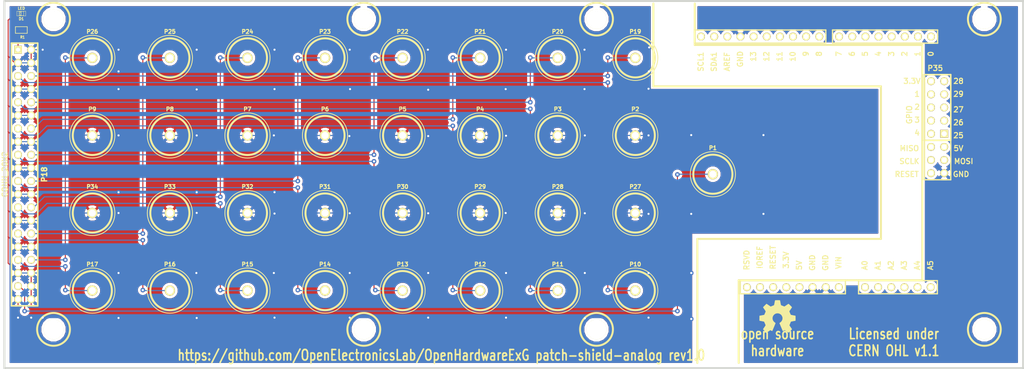
<source format=kicad_pcb>
(kicad_pcb (version 20171130) (host pcbnew "(2018-02-14 revision 6afdf1cf8)-makepkg")
  (title_block (date "25 aug 2013"))
  (layers (0 Front signal) (31 Back signal) (34 B.Paste user) (35 F.Paste user) (36 B.SilkS user) (37 F.SilkS user) (38 B.Mask user) (39 F.Mask user) (44 Edge.Cuts user))
  (net 0 "")
  (net 1 +5VA)
  (net 2 /BIASOUT)
  (net 3 /IN1N)
  (net 4 /IN1P)
  (net 5 /IN2N)
  (net 6 /IN2P)
  (net 7 /IN3N)
  (net 8 /IN3P)
  (net 9 /IN4N)
  (net 10 /IN4P)
  (net 11 /IN5N)
  (net 12 /IN5P)
  (net 13 /IN6N)
  (net 14 /IN6P)
  (net 15 /IN7N)
  (net 16 /IN7P)
  (net 17 /IN8N)
  (net 18 /IN8P)
  (net 19 AGND)
  (net 20 DGND)
  (net 21 N-000020)
  (module LOGO (layer Front) (at 187.50026 109.99978)
    (fp_text reference G*** hide)
    (fp_text value LOGO hide)
  )
  (module Touchproof-socket (layer Front) (at 159.99968 89.99982)
    (fp_text reference P27 (at 0 -5.08) (layer F.SilkS) (effects (font (size 0.762 0.762) (thickness 0.1905))))
    (fp_text value CONN_1 hide)
    (pad 1 thru_hole circle (at 0 0) (size 1.99898 1.99898) (drill 1.39954) (layers *.Cu *.Mask F.SilkS) (net 19 AGND))
  )
  (module Touchproof-socket (layer Front) (at 159.99968 59.99988)
    (fp_text reference P19 (at 0 -5.08) (layer F.SilkS) (effects (font (size 0.762 0.762) (thickness 0.1905))))
    (fp_text value CONN_1 hide)
    (pad 1 thru_hole circle (at 0 0) (size 1.99898 1.99898) (drill 1.39954) (layers *.Cu *.Mask F.SilkS) (net 18 /IN8P))
  )
  (module Touchproof-socket (layer Front) (at 145.00098 59.99988)
    (fp_text reference P20 (at 0 -5.08) (layer F.SilkS) (effects (font (size 0.762 0.762) (thickness 0.1905))))
    (fp_text value CONN_1 hide)
    (pad 1 thru_hole circle (at 0 0) (size 1.99898 1.99898) (drill 1.39954) (layers *.Cu *.Mask F.SilkS) (net 16 /IN7P))
  )
  (module Touchproof-socket (layer Front) (at 129.99974 59.99988)
    (fp_text reference P21 (at 0 -5.08) (layer F.SilkS) (effects (font (size 0.762 0.762) (thickness 0.1905))))
    (fp_text value CONN_1 hide)
    (pad 1 thru_hole circle (at 0 0) (size 1.99898 1.99898) (drill 1.39954) (layers *.Cu *.Mask F.SilkS) (net 14 /IN6P))
  )
  (module Touchproof-socket (layer Front) (at 115.00104 59.99988)
    (fp_text reference P22 (at 0 -5.08) (layer F.SilkS) (effects (font (size 0.762 0.762) (thickness 0.1905))))
    (fp_text value CONN_1 hide)
    (pad 1 thru_hole circle (at 0 0) (size 1.99898 1.99898) (drill 1.39954) (layers *.Cu *.Mask F.SilkS) (net 12 /IN5P))
  )
  (module Touchproof-socket (layer Front) (at 99.9998 59.99988)
    (fp_text reference P23 (at 0 -5.08) (layer F.SilkS) (effects (font (size 0.762 0.762) (thickness 0.1905))))
    (fp_text value CONN_1 hide)
    (pad 1 thru_hole circle (at 0 0) (size 1.99898 1.99898) (drill 1.39954) (layers *.Cu *.Mask F.SilkS) (net 10 /IN4P))
  )
  (module Touchproof-socket (layer Front) (at 85.0011 59.99988)
    (fp_text reference P24 (at 0 -5.08) (layer F.SilkS) (effects (font (size 0.762 0.762) (thickness 0.1905))))
    (fp_text value CONN_1 hide)
    (pad 1 thru_hole circle (at 0 0) (size 1.99898 1.99898) (drill 1.39954) (layers *.Cu *.Mask F.SilkS) (net 8 /IN3P))
  )
  (module Touchproof-socket (layer Front) (at 69.99986 59.99988)
    (fp_text reference P25 (at 0 -5.08) (layer F.SilkS) (effects (font (size 0.762 0.762) (thickness 0.1905))))
    (fp_text value CONN_1 hide)
    (pad 1 thru_hole circle (at 0 0) (size 1.99898 1.99898) (drill 1.39954) (layers *.Cu *.Mask F.SilkS) (net 6 /IN2P))
  )
  (module Touchproof-socket (layer Front) (at 55.00116 59.99988)
    (fp_text reference P26 (at 0 -5.08) (layer F.SilkS) (effects (font (size 0.762 0.762) (thickness 0.1905))))
    (fp_text value CONN_1 hide)
    (pad 1 thru_hole circle (at 0 0) (size 1.99898 1.99898) (drill 1.39954) (layers *.Cu *.Mask F.SilkS) (net 4 /IN1P))
  )
  (module Touchproof-socket (layer Front) (at 55.00116 105.00106)
    (fp_text reference P17 (at 0 -5.08) (layer F.SilkS) (effects (font (size 0.762 0.762) (thickness 0.1905))))
    (fp_text value CONN_1 hide)
    (pad 1 thru_hole circle (at 0 0) (size 1.99898 1.99898) (drill 1.39954) (layers *.Cu *.Mask F.SilkS) (net 3 /IN1N))
  )
  (module Touchproof-socket (layer Front) (at 145.00098 89.99982)
    (fp_text reference P28 (at 0 -5.08) (layer F.SilkS) (effects (font (size 0.762 0.762) (thickness 0.1905))))
    (fp_text value CONN_1 hide)
    (pad 1 thru_hole circle (at 0 0) (size 1.99898 1.99898) (drill 1.39954) (layers *.Cu *.Mask F.SilkS) (net 19 AGND))
  )
  (module Touchproof-socket (layer Front) (at 129.99974 89.99982)
    (fp_text reference P29 (at 0 -5.08) (layer F.SilkS) (effects (font (size 0.762 0.762) (thickness 0.1905))))
    (fp_text value CONN_1 hide)
    (pad 1 thru_hole circle (at 0 0) (size 1.99898 1.99898) (drill 1.39954) (layers *.Cu *.Mask F.SilkS) (net 19 AGND))
  )
  (module Touchproof-socket (layer Front) (at 115.00104 89.99982)
    (fp_text reference P30 (at 0 -5.08) (layer F.SilkS) (effects (font (size 0.762 0.762) (thickness 0.1905))))
    (fp_text value CONN_1 hide)
    (pad 1 thru_hole circle (at 0 0) (size 1.99898 1.99898) (drill 1.39954) (layers *.Cu *.Mask F.SilkS) (net 19 AGND))
  )
  (module Touchproof-socket (layer Front) (at 99.9998 89.99982)
    (fp_text reference P31 (at 0 -5.08) (layer F.SilkS) (effects (font (size 0.762 0.762) (thickness 0.1905))))
    (fp_text value CONN_1 hide)
    (pad 1 thru_hole circle (at 0 0) (size 1.99898 1.99898) (drill 1.39954) (layers *.Cu *.Mask F.SilkS) (net 19 AGND))
  )
  (module Touchproof-socket (layer Front) (at 85.0011 89.99982)
    (fp_text reference P32 (at 0 -5.08) (layer F.SilkS) (effects (font (size 0.762 0.762) (thickness 0.1905))))
    (fp_text value CONN_1 hide)
    (pad 1 thru_hole circle (at 0 0) (size 1.99898 1.99898) (drill 1.39954) (layers *.Cu *.Mask F.SilkS) (net 19 AGND))
  )
  (module Touchproof-socket (layer Front) (at 69.99986 89.99982)
    (fp_text reference P33 (at 0 -5.08) (layer F.SilkS) (effects (font (size 0.762 0.762) (thickness 0.1905))))
    (fp_text value CONN_1 hide)
    (pad 1 thru_hole circle (at 0 0) (size 1.99898 1.99898) (drill 1.39954) (layers *.Cu *.Mask F.SilkS) (net 19 AGND))
  )
  (module Touchproof-socket (layer Front) (at 55.00116 89.99982)
    (fp_text reference P34 (at 0 -5.08) (layer F.SilkS) (effects (font (size 0.762 0.762) (thickness 0.1905))))
    (fp_text value CONN_1 hide)
    (pad 1 thru_hole circle (at 0 0) (size 1.99898 1.99898) (drill 1.39954) (layers *.Cu *.Mask F.SilkS) (net 19 AGND))
  )
  (module Touchproof-socket (layer Front) (at 55.00116 75.00112)
    (fp_text reference P9 (at 0 -5.08) (layer F.SilkS) (effects (font (size 0.762 0.762) (thickness 0.1905))))
    (fp_text value CONN_1 hide)
    (pad 1 thru_hole circle (at 0 0) (size 1.99898 1.99898) (drill 1.39954) (layers *.Cu *.Mask F.SilkS) (net 19 AGND))
  )
  (module Touchproof-socket (layer Front) (at 175.00092 82.4992)
    (fp_text reference P1 (at 0 -5.08) (layer F.SilkS) (effects (font (size 0.762 0.762) (thickness 0.1905))))
    (fp_text value CONN_1 hide)
    (pad 1 thru_hole circle (at 0 0) (size 1.99898 1.99898) (drill 1.39954) (layers *.Cu *.Mask F.SilkS) (net 2 /BIASOUT))
  )
  (module Touchproof-socket (layer Front) (at 159.99968 75.00112)
    (fp_text reference P2 (at 0 -5.08) (layer F.SilkS) (effects (font (size 0.762 0.762) (thickness 0.1905))))
    (fp_text value CONN_1 hide)
    (pad 1 thru_hole circle (at 0 0) (size 1.99898 1.99898) (drill 1.39954) (layers *.Cu *.Mask F.SilkS) (net 19 AGND))
  )
  (module Touchproof-socket (layer Front) (at 145.00098 75.00112)
    (fp_text reference P3 (at 0 -5.08) (layer F.SilkS) (effects (font (size 0.762 0.762) (thickness 0.1905))))
    (fp_text value CONN_1 hide)
    (pad 1 thru_hole circle (at 0 0) (size 1.99898 1.99898) (drill 1.39954) (layers *.Cu *.Mask F.SilkS) (net 19 AGND))
  )
  (module Touchproof-socket (layer Front) (at 129.99974 75.00112)
    (fp_text reference P4 (at 0 -5.08) (layer F.SilkS) (effects (font (size 0.762 0.762) (thickness 0.1905))))
    (fp_text value CONN_1 hide)
    (pad 1 thru_hole circle (at 0 0) (size 1.99898 1.99898) (drill 1.39954) (layers *.Cu *.Mask F.SilkS) (net 19 AGND))
  )
  (module Touchproof-socket (layer Front) (at 115.00104 75.00112)
    (fp_text reference P5 (at 0 -5.08) (layer F.SilkS) (effects (font (size 0.762 0.762) (thickness 0.1905))))
    (fp_text value CONN_1 hide)
    (pad 1 thru_hole circle (at 0 0) (size 1.99898 1.99898) (drill 1.39954) (layers *.Cu *.Mask F.SilkS) (net 19 AGND))
  )
  (module Touchproof-socket (layer Front) (at 99.9998 75.00112)
    (fp_text reference P6 (at 0 -5.08) (layer F.SilkS) (effects (font (size 0.762 0.762) (thickness 0.1905))))
    (fp_text value CONN_1 hide)
    (pad 1 thru_hole circle (at 0 0) (size 1.99898 1.99898) (drill 1.39954) (layers *.Cu *.Mask F.SilkS) (net 19 AGND))
  )
  (module Touchproof-socket (layer Front) (at 85.0011 75.00112)
    (fp_text reference P7 (at 0 -5.08) (layer F.SilkS) (effects (font (size 0.762 0.762) (thickness 0.1905))))
    (fp_text value CONN_1 hide)
    (pad 1 thru_hole circle (at 0 0) (size 1.99898 1.99898) (drill 1.39954) (layers *.Cu *.Mask F.SilkS) (net 19 AGND))
  )
  (module Touchproof-socket (layer Front) (at 69.99986 75.00112)
    (fp_text reference P8 (at 0 -5.08) (layer F.SilkS) (effects (font (size 0.762 0.762) (thickness 0.1905))))
    (fp_text value CONN_1 hide)
    (pad 1 thru_hole circle (at 0 0) (size 1.99898 1.99898) (drill 1.39954) (layers *.Cu *.Mask F.SilkS) (net 19 AGND))
  )
  (module Touchproof-socket (layer Front) (at 159.99968 105.00106)
    (fp_text reference P10 (at 0 -5.08) (layer F.SilkS) (effects (font (size 0.762 0.762) (thickness 0.1905))))
    (fp_text value CONN_1 hide)
    (pad 1 thru_hole circle (at 0 0) (size 1.99898 1.99898) (drill 1.39954) (layers *.Cu *.Mask F.SilkS) (net 17 /IN8N))
  )
  (module Touchproof-socket (layer Front) (at 145.00098 105.00106)
    (fp_text reference P11 (at 0 -5.08) (layer F.SilkS) (effects (font (size 0.762 0.762) (thickness 0.1905))))
    (fp_text value CONN_1 hide)
    (pad 1 thru_hole circle (at 0 0) (size 1.99898 1.99898) (drill 1.39954) (layers *.Cu *.Mask F.SilkS) (net 15 /IN7N))
  )
  (module Touchproof-socket (layer Front) (at 129.99974 105.00106)
    (fp_text reference P12 (at 0 -5.08) (layer F.SilkS) (effects (font (size 0.762 0.762) (thickness 0.1905))))
    (fp_text value CONN_1 hide)
    (pad 1 thru_hole circle (at 0 0) (size 1.99898 1.99898) (drill 1.39954) (layers *.Cu *.Mask F.SilkS) (net 13 /IN6N))
  )
  (module Touchproof-socket (layer Front) (at 115.00104 105.00106)
    (fp_text reference P13 (at 0 -5.08) (layer F.SilkS) (effects (font (size 0.762 0.762) (thickness 0.1905))))
    (fp_text value CONN_1 hide)
    (pad 1 thru_hole circle (at 0 0) (size 1.99898 1.99898) (drill 1.39954) (layers *.Cu *.Mask F.SilkS) (net 11 /IN5N))
  )
  (module Touchproof-socket (layer Front) (at 99.9998 105.00106)
    (fp_text reference P14 (at 0 -5.08) (layer F.SilkS) (effects (font (size 0.762 0.762) (thickness 0.1905))))
    (fp_text value CONN_1 hide)
    (pad 1 thru_hole circle (at 0 0) (size 1.99898 1.99898) (drill 1.39954) (layers *.Cu *.Mask F.SilkS) (net 9 /IN4N))
  )
  (module Touchproof-socket (layer Front) (at 85.0011 105.00106)
    (fp_text reference P15 (at 0 -5.08) (layer F.SilkS) (effects (font (size 0.762 0.762) (thickness 0.1905))))
    (fp_text value CONN_1 hide)
    (pad 1 thru_hole circle (at 0 0) (size 1.99898 1.99898) (drill 1.39954) (layers *.Cu *.Mask F.SilkS) (net 7 /IN3N))
  )
  (module Touchproof-socket (layer Front) (at 69.99986 105.00106)
    (fp_text reference P16 (at 0 -5.08) (layer F.SilkS) (effects (font (size 0.762 0.762) (thickness 0.1905))))
    (fp_text value CONN_1 hide)
    (pad 1 thru_hole circle (at 0 0) (size 1.99898 1.99898) (drill 1.39954) (layers *.Cu *.Mask F.SilkS) (net 5 /IN2N))
  )
  (module SM0603 (layer Front) (at 41.275 54.61)
    (fp_text reference R1 (at 0.22606 1.38938) (layer F.SilkS) (effects (font (size 0.508 0.4572) (thickness 0.1143))))
    (fp_text value 1k hide)
    (pad 1 smd rect (at -0.762 0) (size 0.635 1.143) (layers Front F.Paste F.Mask) (net 1 +5VA))
    (pad 2 smd rect (at 0.762 0) (size 0.635 1.143) (layers Front F.Paste F.Mask) (net 21 N-000020))
  )
  (module PIN_ARRAY_20X2 (layer Front) (at 41.91 82.55 270)
    (fp_text reference P18 (at 0 -3.81 270) (layer F.SilkS) (effects (font (size 1.016 1.016) (thickness 0.254))))
    (fp_text value CONN_20X2 (at 0 3.81 270) (layer F.SilkS) (effects (font (size 1.016 1.016) (thickness 0.2032))))
    (pad 1 thru_hole rect (at -24.13 1.27 270) (size 1.524 1.524) (drill 0.8128) (layers *.Cu *.Mask F.SilkS) (net 1 +5VA))
    (pad 2 thru_hole circle (at -24.13 -1.27 270) (size 1.524 1.524) (drill 1.016) (layers *.Cu *.Mask F.SilkS) (net 19 AGND))
    (pad 11 thru_hole circle (at -11.43 1.27 270) (size 1.524 1.524) (drill 1.016) (layers *.Cu *.Mask F.SilkS) (net 19 AGND))
    (pad 4 thru_hole circle (at -21.59 -1.27 270) (size 1.524 1.524) (drill 1.016) (layers *.Cu *.Mask F.SilkS) (net 19 AGND))
    (pad 13 thru_hole circle (at -8.89 1.27 270) (size 1.524 1.524) (drill 1.016) (layers *.Cu *.Mask F.SilkS) (net 13 /IN6N))
    (pad 6 thru_hole circle (at -19.05 -1.27 270) (size 1.524 1.524) (drill 1.016) (layers *.Cu *.Mask F.SilkS) (net 18 /IN8P))
    (pad 15 thru_hole circle (at -6.35 1.27 270) (size 1.524 1.524) (drill 1.016) (layers *.Cu *.Mask F.SilkS) (net 19 AGND))
    (pad 8 thru_hole circle (at -16.51 -1.27 270) (size 1.524 1.524) (drill 1.016) (layers *.Cu *.Mask F.SilkS) (net 19 AGND))
    (pad 17 thru_hole circle (at -3.81 1.27 270) (size 1.524 1.524) (drill 1.016) (layers *.Cu *.Mask F.SilkS) (net 11 /IN5N))
    (pad 10 thru_hole circle (at -13.97 -1.27 270) (size 1.524 1.524) (drill 1.016) (layers *.Cu *.Mask F.SilkS) (net 16 /IN7P))
    (pad 19 thru_hole circle (at -1.27 1.27 270) (size 1.524 1.524) (drill 1.016) (layers *.Cu *.Mask F.SilkS) (net 19 AGND))
    (pad 12 thru_hole circle (at -11.43 -1.27 270) (size 1.524 1.524) (drill 1.016) (layers *.Cu *.Mask F.SilkS) (net 19 AGND))
    (pad 21 thru_hole circle (at 1.27 1.27 270) (size 1.524 1.524) (drill 1.016) (layers *.Cu *.Mask F.SilkS) (net 9 /IN4N))
    (pad 14 thru_hole circle (at -8.89 -1.27 270) (size 1.524 1.524) (drill 1.016) (layers *.Cu *.Mask F.SilkS) (net 14 /IN6P))
    (pad 23 thru_hole circle (at 3.81 1.27 270) (size 1.524 1.524) (drill 1.016) (layers *.Cu *.Mask F.SilkS) (net 19 AGND))
    (pad 16 thru_hole circle (at -6.35 -1.27 270) (size 1.524 1.524) (drill 1.016) (layers *.Cu *.Mask F.SilkS) (net 19 AGND))
    (pad 25 thru_hole circle (at 6.35 1.27 270) (size 1.524 1.524) (drill 1.016) (layers *.Cu *.Mask F.SilkS) (net 7 /IN3N))
    (pad 18 thru_hole circle (at -3.81 -1.27 270) (size 1.524 1.524) (drill 1.016) (layers *.Cu *.Mask F.SilkS) (net 12 /IN5P))
    (pad 27 thru_hole circle (at 8.89 1.27 270) (size 1.524 1.524) (drill 1.016) (layers *.Cu *.Mask F.SilkS) (net 19 AGND))
    (pad 20 thru_hole circle (at -1.27 -1.27 270) (size 1.524 1.524) (drill 1.016) (layers *.Cu *.Mask F.SilkS) (net 19 AGND))
    (pad 29 thru_hole circle (at 11.43 1.27 270) (size 1.524 1.524) (drill 1.016) (layers *.Cu *.Mask F.SilkS) (net 5 /IN2N))
    (pad 22 thru_hole circle (at 1.27 -1.27 270) (size 1.524 1.524) (drill 1.016) (layers *.Cu *.Mask F.SilkS) (net 10 /IN4P))
    (pad 31 thru_hole circle (at 13.97 1.27 270) (size 1.524 1.524) (drill 1.016) (layers *.Cu *.Mask F.SilkS) (net 19 AGND))
    (pad 24 thru_hole circle (at 3.81 -1.27 270) (size 1.524 1.524) (drill 1.016) (layers *.Cu *.Mask F.SilkS) (net 19 AGND))
    (pad 26 thru_hole circle (at 6.35 -1.27 270) (size 1.524 1.524) (drill 1.016) (layers *.Cu *.Mask F.SilkS) (net 8 /IN3P))
    (pad 33 thru_hole circle (at 16.51 1.27 270) (size 1.524 1.524) (drill 1.016) (layers *.Cu *.Mask F.SilkS) (net 3 /IN1N))
    (pad 28 thru_hole circle (at 8.89 -1.27 270) (size 1.524 1.524) (drill 1.016) (layers *.Cu *.Mask F.SilkS) (net 19 AGND))
    (pad 32 thru_hole circle (at 13.97 -1.27 270) (size 1.524 1.524) (drill 1.016) (layers *.Cu *.Mask F.SilkS) (net 19 AGND))
    (pad 34 thru_hole circle (at 16.51 -1.27 270) (size 1.524 1.524) (drill 1.016) (layers *.Cu *.Mask F.SilkS) (net 4 /IN1P))
    (pad 36 thru_hole circle (at 19.05 -1.27 270) (size 1.524 1.524) (drill 1.016) (layers *.Cu *.Mask F.SilkS) (net 19 AGND))
    (pad 38 thru_hole circle (at 21.59 -1.27 270) (size 1.524 1.524) (drill 1.016) (layers *.Cu *.Mask F.SilkS) (net 19 AGND))
    (pad 35 thru_hole circle (at 19.05 1.27 270) (size 1.524 1.524) (drill 1.016) (layers *.Cu *.Mask F.SilkS) (net 19 AGND))
    (pad 37 thru_hole circle (at 21.59 1.27 270) (size 1.524 1.524) (drill 1.016) (layers *.Cu *.Mask F.SilkS) (net 2 /BIASOUT))
    (pad 3 thru_hole circle (at -21.59 1.27 270) (size 1.524 1.524) (drill 1.016) (layers *.Cu *.Mask F.SilkS) (net 19 AGND))
    (pad 5 thru_hole circle (at -19.05 1.27 270) (size 1.524 1.524) (drill 1.016) (layers *.Cu *.Mask F.SilkS) (net 17 /IN8N))
    (pad 7 thru_hole circle (at -16.51 1.27 270) (size 1.524 1.524) (drill 1.016) (layers *.Cu *.Mask F.SilkS) (net 19 AGND))
    (pad 9 thru_hole circle (at -13.97 1.27 270) (size 1.524 1.524) (drill 1.016) (layers *.Cu *.Mask F.SilkS) (net 15 /IN7N))
    (pad 39 thru_hole circle (at 24.13 1.27 270) (size 1.524 1.524) (drill 1.016) (layers *.Cu *.Mask F.SilkS) (net 19 AGND))
    (pad 40 thru_hole circle (at 24.13 -1.27 270) (size 1.524 1.524) (drill 1.016) (layers *.Cu *.Mask F.SilkS) (net 19 AGND))
    (pad 30 thru_hole circle (at 11.43 -1.27 270) (size 1.524 1.524) (drill 1.016) (layers *.Cu *.Mask F.SilkS) (net 6 /IN2P))
  )
  (module arduino_shield (layer Front) (at 198.12 78.74)
    (fp_text reference P36 hide)
    (fp_text value ARDUINO_SHIELD hide)
    (fp_text user RSVD (at -16.5862 20.36318 90) (layer F.SilkS) (effects (font (size 1.016 1.016) (thickness 0.2032))))
    (fp_text user IOREF (at -14.0462 19.85518 90) (layer F.SilkS) (effects (font (size 1.016 1.016) (thickness 0.2032))))
    (fp_text user RESET (at -11.5062 19.85518 90) (layer F.SilkS) (effects (font (size 1.016 1.016) (thickness 0.2032))))
    (fp_text user 3.3V (at -8.9662 20.36318 90) (layer F.SilkS) (effects (font (size 1.016 1.016) (thickness 0.2032))))
    (fp_text user 5V (at -6.4262 21.37918 90) (layer F.SilkS) (effects (font (size 1.016 1.016) (thickness 0.2032))))
    (fp_text user GND (at -3.8862 20.87118 90) (layer F.SilkS) (effects (font (size 1.016 1.016) (thickness 0.2032))))
    (fp_text user GND (at -1.3462 20.87118 90) (layer F.SilkS) (effects (font (size 1.016 1.016) (thickness 0.2032))))
    (fp_text user VIN (at 1.1938 20.87118 90) (layer F.SilkS) (effects (font (size 1.016 1.016) (thickness 0.2032))))
    (fp_text user A0 (at 6.2484 21.37918 90) (layer F.SilkS) (effects (font (size 1.016 1.016) (thickness 0.2032))))
    (fp_text user A1 (at 8.7884 21.37918 90) (layer F.SilkS) (effects (font (size 1.016 1.016) (thickness 0.2032))))
    (fp_text user A2 (at 11.3284 21.37918 90) (layer F.SilkS) (effects (font (size 1.016 1.016) (thickness 0.2032))))
    (fp_text user A3 (at 13.8684 21.37918 90) (layer F.SilkS) (effects (font (size 1.016 1.016) (thickness 0.2032))))
    (fp_text user A4 (at 16.4084 21.37918 90) (layer F.SilkS) (effects (font (size 1.016 1.016) (thickness 0.2032))))
    (fp_text user A5 (at 18.9484 21.37918 90) (layer F.SilkS) (effects (font (size 1.016 1.016) (thickness 0.2032))))
    (fp_text user MISO (at 14.87932 -1.23952) (layer F.SilkS) (effects (font (size 1.016 1.016) (thickness 0.2032))))
    (fp_text user SCLK (at 14.87932 1.25984) (layer F.SilkS) (effects (font (size 1.016 1.016) (thickness 0.2032))))
    (fp_text user RESET (at 14.37894 3.7592) (layer F.SilkS) (effects (font (size 1.016 1.016) (thickness 0.2032))))
    (fp_text user 5V (at 24.37892 -1.23952) (layer F.SilkS) (effects (font (size 1.016 1.016) (thickness 0.2032))))
    (fp_text user MOSI (at 25.37968 1.25984) (layer F.SilkS) (effects (font (size 1.016 1.016) (thickness 0.2032))))
    (fp_text user GND (at 24.8793 3.7592) (layer F.SilkS) (effects (font (size 1.016 1.016) (thickness 0.2032))))
    (fp_text user 0 (at 19.0246 -19.51482 90) (layer F.SilkS) (effects (font (size 1.016 1.016) (thickness 0.2032))))
    (fp_text user 1 (at 16.4846 -19.51482 90) (layer F.SilkS) (effects (font (size 1.016 1.016) (thickness 0.2032))))
    (fp_text user 2 (at 13.9446 -19.51482 90) (layer F.SilkS) (effects (font (size 1.016 1.016) (thickness 0.2032))))
    (fp_text user 3 (at 11.4046 -19.51482 90) (layer F.SilkS) (effects (font (size 1.016 1.016) (thickness 0.2032))))
    (fp_text user 4 (at 8.8646 -19.51482 90) (layer F.SilkS) (effects (font (size 1.016 1.016) (thickness 0.2032))))
    (fp_text user 5 (at 6.3246 -19.51482 90) (layer F.SilkS) (effects (font (size 1.016 1.016) (thickness 0.2032))))
    (fp_text user 6 (at 3.7846 -19.51482 90) (layer F.SilkS) (effects (font (size 1.016 1.016) (thickness 0.2032))))
    (fp_text user 7 (at 1.2446 -19.51482 90) (layer F.SilkS) (effects (font (size 1.016 1.016) (thickness 0.2032))))
    (fp_text user 8 (at -2.5908 -19.51482 90) (layer F.SilkS) (effects (font (size 1.016 1.016) (thickness 0.2032))))
    (fp_text user 9 (at -5.1308 -19.51482 90) (layer F.SilkS) (effects (font (size 1.016 1.016) (thickness 0.2032))))
    (fp_text user 10 (at -7.6708 -19.00682 90) (layer F.SilkS) (effects (font (size 1.016 1.016) (thickness 0.2032))))
    (fp_text user 11 (at -10.2108 -19.00682 90) (layer F.SilkS) (effects (font (size 1.016 1.016) (thickness 0.2032))))
    (fp_text user 12 (at -12.7508 -19.00682 90) (layer F.SilkS) (effects (font (size 1.016 1.016) (thickness 0.2032))))
    (fp_text user 13 (at -15.2908 -19.00682 90) (layer F.SilkS) (effects (font (size 1.016 1.016) (thickness 0.2032))))
    (fp_text user GND (at -17.8308 -18.49882 90) (layer F.SilkS) (effects (font (size 1.016 1.016) (thickness 0.2032))))
    (fp_text user AREF (at -20.3708 -17.99082 90) (layer F.SilkS) (effects (font (size 1.016 1.016) (thickness 0.2032))))
    (fp_text user SDA1 (at -22.9108 -17.99082 90) (layer F.SilkS) (effects (font (size 1.016 1.016) (thickness 0.2032))))
    (fp_text user SCL1 (at -25.4508 -17.99082 90) (layer F.SilkS) (effects (font (size 1.016 1.016) (thickness 0.2032))))
    (pad 90 thru_hole circle (at -16.5354 25.6032) (size 1.524 1.524) (drill 1.00076) (layers *.Cu *.Mask F.SilkS))
    (pad 91 thru_hole circle (at -13.9954 25.6032) (size 1.524 1.524) (drill 1.00076) (layers *.Cu *.Mask F.SilkS))
    (pad 92 thru_hole circle (at -11.4554 25.6032) (size 1.524 1.524) (drill 1.00076) (layers *.Cu *.Mask F.SilkS))
    (pad 93 thru_hole circle (at -8.9154 25.6032) (size 1.524 1.524) (drill 1.00076) (layers *.Cu *.Mask F.SilkS))
    (pad 94 thru_hole circle (at -6.3754 25.6032) (size 1.524 1.524) (drill 1.00076) (layers *.Cu *.Mask F.SilkS))
    (pad 95 thru_hole circle (at -3.8354 25.6032) (size 1.524 1.524) (drill 1.00076) (layers *.Cu *.Mask F.SilkS) (net 20 DGND))
    (pad 96 thru_hole circle (at -1.2954 25.6032) (size 1.524 1.524) (drill 1.00076) (layers *.Cu *.Mask F.SilkS) (net 20 DGND))
    (pad 97 thru_hole circle (at 1.2446 25.6032) (size 1.524 1.524) (drill 1.00076) (layers *.Cu *.Mask F.SilkS))
    (pad 54 thru_hole circle (at 6.2992 25.6032) (size 1.524 1.524) (drill 1.00076) (layers *.Cu *.Mask F.SilkS))
    (pad 55 thru_hole circle (at 8.8392 25.6032) (size 1.524 1.524) (drill 1.00076) (layers *.Cu *.Mask F.SilkS))
    (pad 56 thru_hole circle (at 11.3792 25.6032) (size 1.524 1.524) (drill 1.00076) (layers *.Cu *.Mask F.SilkS))
    (pad 57 thru_hole circle (at 13.9192 25.6032) (size 1.524 1.524) (drill 1.00076) (layers *.Cu *.Mask F.SilkS))
    (pad 58 thru_hole circle (at 16.4592 25.6032) (size 1.524 1.524) (drill 1.00076) (layers *.Cu *.Mask F.SilkS))
    (pad 59 thru_hole circle (at 18.9992 25.6032) (size 1.524 1.524) (drill 1.00076) (layers *.Cu *.Mask F.SilkS))
    (pad 74 thru_hole circle (at 19.0754 -1.524) (size 1.524 1.524) (drill 1.00076) (layers *.Cu *.Mask F.SilkS))
    (pad 76 thru_hole circle (at 19.0754 1.016) (size 1.524 1.524) (drill 1.00076) (layers *.Cu *.Mask F.SilkS))
    (pad 89 thru_hole circle (at 19.0754 3.556) (size 1.524 1.524) (drill 1.00076) (layers *.Cu *.Mask F.SilkS))
    (pad 87 thru_hole circle (at 21.6154 3.556) (size 1.524 1.524) (drill 1.00076) (layers *.Cu *.Mask F.SilkS) (net 20 DGND))
    (pad 75 thru_hole circle (at 21.6154 1.016) (size 1.524 1.524) (drill 1.00076) (layers *.Cu *.Mask F.SilkS))
    (pad 88 thru_hole circle (at 21.6154 -1.524) (size 1.524 1.524) (drill 1.00076) (layers *.Cu *.Mask F.SilkS))
    (pad 0 thru_hole circle (at 19.0754 -22.86) (size 1.524 1.524) (drill 1.00076) (layers *.Cu *.Mask F.SilkS))
    (pad 1 thru_hole circle (at 16.5354 -22.86) (size 1.524 1.524) (drill 1.00076) (layers *.Cu *.Mask F.SilkS))
    (pad 2 thru_hole circle (at 13.9954 -22.86) (size 1.524 1.524) (drill 1.00076) (layers *.Cu *.Mask F.SilkS))
    (pad 3 thru_hole circle (at 11.4554 -22.86) (size 1.524 1.524) (drill 1.00076) (layers *.Cu *.Mask F.SilkS))
    (pad 4 thru_hole circle (at 8.9154 -22.86) (size 1.524 1.524) (drill 1.00076) (layers *.Cu *.Mask F.SilkS))
    (pad 5 thru_hole circle (at 6.3754 -22.86) (size 1.524 1.524) (drill 1.00076) (layers *.Cu *.Mask F.SilkS))
    (pad 6 thru_hole circle (at 3.8354 -22.86) (size 1.524 1.524) (drill 1.00076) (layers *.Cu *.Mask F.SilkS))
    (pad 7 thru_hole circle (at 1.2954 -22.86) (size 1.524 1.524) (drill 1.00076) (layers *.Cu *.Mask F.SilkS))
    (pad 8 thru_hole circle (at -2.54 -22.86) (size 1.524 1.524) (drill 1.00076) (layers *.Cu *.Mask F.SilkS))
    (pad 9 thru_hole circle (at -5.08 -22.86) (size 1.524 1.524) (drill 1.00076) (layers *.Cu *.Mask F.SilkS))
    (pad 10 thru_hole circle (at -7.62 -22.86) (size 1.524 1.524) (drill 1.00076) (layers *.Cu *.Mask F.SilkS))
    (pad 11 thru_hole circle (at -10.16 -22.86) (size 1.524 1.524) (drill 1.00076) (layers *.Cu *.Mask F.SilkS))
    (pad 12 thru_hole circle (at -12.7 -22.86) (size 1.524 1.524) (drill 1.00076) (layers *.Cu *.Mask F.SilkS))
    (pad 13 thru_hole circle (at -15.24 -22.86) (size 1.524 1.524) (drill 1.00076) (layers *.Cu *.Mask F.SilkS))
    (pad 99 thru_hole circle (at -17.78 -22.86) (size 1.524 1.524) (drill 1.00076) (layers *.Cu *.Mask F.SilkS) (net 20 DGND))
    (pad 98 thru_hole circle (at -20.32 -22.86) (size 1.524 1.524) (drill 1.00076) (layers *.Cu *.Mask F.SilkS))
    (pad 70 thru_hole circle (at -22.86 -22.86) (size 1.524 1.524) (drill 1.00076) (layers *.Cu *.Mask F.SilkS))
    (pad 71 thru_hole circle (at -25.4 -22.86) (size 1.524 1.524) (drill 1.00076) (layers *.Cu *.Mask F.SilkS))
  )
  (module PIN_ARRAY_5x2 (layer Front) (at 218.4654 69.596 90)
    (fp_text reference P35 (at 7.59714 -0.46482 180) (layer F.SilkS) (effects (font (size 1.016 1.016) (thickness 0.2032))))
    (fp_text value CONN_5X2 hide)
    (pad 1 thru_hole rect (at -5.08 1.27 90) (size 1.524 1.524) (drill 1.016) (layers *.Cu *.Mask F.SilkS))
    (pad 2 thru_hole circle (at -5.08 -1.27 90) (size 1.524 1.524) (drill 1.016) (layers *.Cu *.Mask F.SilkS))
    (pad 3 thru_hole circle (at -2.54 1.27 90) (size 1.524 1.524) (drill 1.016) (layers *.Cu *.Mask F.SilkS))
    (pad 4 thru_hole circle (at -2.54 -1.27 90) (size 1.524 1.524) (drill 1.016) (layers *.Cu *.Mask F.SilkS))
    (pad 5 thru_hole circle (at 0 1.27 90) (size 1.524 1.524) (drill 1.016) (layers *.Cu *.Mask F.SilkS))
    (pad 6 thru_hole circle (at 0 -1.27 90) (size 1.524 1.524) (drill 1.016) (layers *.Cu *.Mask F.SilkS))
    (pad 7 thru_hole circle (at 2.54 1.27 90) (size 1.524 1.524) (drill 1.016) (layers *.Cu *.Mask F.SilkS))
    (pad 8 thru_hole circle (at 2.54 -1.27 90) (size 1.524 1.524) (drill 1.016) (layers *.Cu *.Mask F.SilkS))
    (pad 9 thru_hole circle (at 5.08 1.27 90) (size 1.524 1.524) (drill 1.016) (layers *.Cu *.Mask F.SilkS))
    (pad 10 thru_hole circle (at 5.08 -1.27 90) (size 1.524 1.524) (drill 1.016) (layers *.Cu *.Mask F.SilkS))
  )
  (module Hole_M3 (layer Front) (at 47.50054 52.49926)
    (fp_text reference Hole_M3 hide)
    (fp_text value VAL** hide)
    (pad "" np_thru_hole circle (at 0 0) (size 3.7973 3.7973) (drill 3.7973) (layers *.Cu *.Mask F.SilkS))
  )
  (module Hole_M3 (layer Front) (at 47.50054 112.49914)
    (fp_text reference Hole_M3 hide)
    (fp_text value VAL** hide)
    (pad "" np_thru_hole circle (at 0 0) (size 3.7973 3.7973) (drill 3.7973) (layers *.Cu *.Mask F.SilkS))
  )
  (module Hole_M3 (layer Front) (at 152.49906 52.49926)
    (fp_text reference Hole_M3 hide)
    (fp_text value VAL** hide)
    (pad "" np_thru_hole circle (at 0 0) (size 3.7973 3.7973) (drill 3.7973) (layers *.Cu *.Mask F.SilkS))
  )
  (module Hole_M3 (layer Front) (at 152.49906 112.49914)
    (fp_text reference Hole_M3 hide)
    (fp_text value VAL** hide)
    (pad "" np_thru_hole circle (at 0 0) (size 3.7973 3.7973) (drill 3.7973) (layers *.Cu *.Mask F.SilkS))
  )
  (module Hole_M3 (layer Front) (at 227.50018 52.49926)
    (fp_text reference Hole_M3 hide)
    (fp_text value VAL** hide)
    (pad "" np_thru_hole circle (at 0 0) (size 3.7973 3.7973) (drill 3.7973) (layers *.Cu *.Mask F.SilkS))
  )
  (module Hole_M3 (layer Front) (at 227.50018 112.49914)
    (fp_text reference Hole_M3 hide)
    (fp_text value VAL** hide)
    (pad "" np_thru_hole circle (at 0 0) (size 3.7973 3.7973) (drill 3.7973) (layers *.Cu *.Mask F.SilkS))
  )
  (module Hole_M3 (layer Front) (at 107.50042 52.49926)
    (fp_text reference Hole_M3 hide)
    (fp_text value VAL** hide)
    (pad "" np_thru_hole circle (at 0 0) (size 3.7973 3.7973) (drill 3.7973) (layers *.Cu *.Mask F.SilkS))
  )
  (module Hole_M3 (layer Front) (at 107.50042 112.49914)
    (fp_text reference Hole_M3 hide)
    (fp_text value VAL** hide)
    (pad "" np_thru_hole circle (at 0 0) (size 3.7973 3.7973) (drill 3.7973) (layers *.Cu *.Mask F.SilkS))
  )
  (module LED-0603 (layer Front) (at 41.275 51.435 180)
    (fp_text reference D1 (at 0 -1.016 180) (layer F.SilkS) (effects (font (size 0.508 0.508) (thickness 0.127))))
    (fp_text value LED (at 0 1.016 180) (layer F.SilkS) (effects (font (size 0.508 0.508) (thickness 0.127))))
    (pad 1 smd rect (at -0.7493 0 180) (size 0.79756 0.79756) (layers Front F.Paste F.Mask) (net 21 N-000020))
    (pad 2 smd rect (at 0.7493 0 180) (size 0.79756 0.79756) (layers Front F.Paste F.Mask) (net 19 AGND))
  )
  (module fiducial_mark (layer Front) (at 62.49924 112.49914)
    (fp_text reference fiducial_mark hide)
    (fp_text value VAL** hide)
    (pad 1 smd circle (at 0 0) (size 1.00076 1.00076) (layers Front F.Paste F.Mask) (clearance 0.50038))
  )
  (module fiducial_mark (layer Front) (at 62.49924 57.50052)
    (fp_text reference fiducial_mark hide)
    (fp_text value VAL** hide)
    (pad 1 smd circle (at 0 0) (size 1.00076 1.00076) (layers Front F.Paste F.Mask) (clearance 0.50038))
  )
  (module fiducial_mark (layer Front) (at 222.49892 57.50052)
    (fp_text reference fiducial_mark hide)
    (fp_text value VAL** hide)
    (pad 1 smd circle (at 0 0) (size 1.00076 1.00076) (layers Front F.Paste F.Mask) (clearance 0.50038))
  )
  (gr_text 29 (at 222.49892 67.00012) (layer F.SilkS) (effects (font (size 1.016 1.016) (thickness 0.2032))))
  (gr_text 27 (at 222.49892 69.99986) (layer F.SilkS) (effects (font (size 1.016 1.016) (thickness 0.2032))))
  (gr_text 25 (at 222.49892 75.00112) (layer F.SilkS) (effects (font (size 1.016 1.016) (thickness 0.2032))))
  (gr_text 26 (at 222.49892 72.49922) (layer F.SilkS) (effects (font (size 1.016 1.016) (thickness 0.2032))))
  (gr_text 28 (at 222.49892 64.50076) (layer F.SilkS) (effects (font (size 1.016 1.016) (thickness 0.2032))))
  (gr_text 3.3V (at 213.4997 64.50076) (layer F.SilkS) (effects (font (size 1.016 1.016) (thickness 0.2032))))
  (gr_text 3 (at 214.50046 71.99884) (layer F.SilkS) (effects (font (size 1.016 1.016) (thickness 0.2032))))
  (gr_text 4 (at 214.50046 74.50074) (layer F.SilkS) (effects (font (size 1.016 1.016) (thickness 0.2032))))
  (gr_text 2 (at 214.50046 69.49948) (layer F.SilkS) (effects (font (size 1.016 1.016) (thickness 0.2032))))
  (gr_text 1 (at 214.50046 67.00012) (layer F.SilkS) (effects (font (size 1.016 1.016) (thickness 0.2032))))
  (gr_text GPIO (at 212.99932 71.00062 90) (layer F.SilkS) (effects (font (size 1.016 1.016) (thickness 0.2032))))
  (gr_text "Licensed under\nCERN OHL v1.1" (at 209.99958 115.00104) (layer F.SilkS) (effects (font (size 2.032 1.524) (thickness 0.3048))))
  (gr_text "open source\nhardware" (at 187.50026 115.00104) (layer F.SilkS) (effects (font (size 2.032 1.524) (thickness 0.3048))))
  (gr_text "https://github.com/OpenElectronicsLab/OpenHardwareExG patch-shield-analog rev1.0" (at 122.49912 117.5004) (layer F.SilkS) (effects (font (size 2.032 1.524) (thickness 0.3048))))
  (gr_line (start 179.99964 102.99954) (end 179.99964 118.999) (angle 90) (layer F.SilkS) (width 0.381))
  (gr_line (start 172.00118 95.00108) (end 172.00118 118.999) (angle 90) (layer F.SilkS) (width 0.381))
  (gr_line (start 38.00094 119.99976) (end 38.00094 48.99914) (angle 90) (layer Edge.Cuts) (width 0.381))
  (gr_line (start 235.0008 119.99976) (end 38.00094 119.99976) (angle 90) (layer Edge.Cuts) (width 0.381))
  (gr_line (start 235.0008 48.99914) (end 235.0008 119.99976) (angle 90) (layer Edge.Cuts) (width 0.381))
  (gr_line (start 38.00094 48.99914) (end 235.0008 48.99914) (angle 90) (layer Edge.Cuts) (width 0.381))
  (gr_line (start 171.5008 55.00116) (end 171.5008 49.49952) (angle 90) (layer F.SilkS) (width 0.381))
  (gr_line (start 163.4998 55.00116) (end 163.4998 49.49952) (angle 90) (layer F.SilkS) (width 0.381))
  (gr_line (start 207.50022 95.00108) (end 172.00118 95.00108) (angle 90) (layer F.SilkS) (width 0.381))
  (gr_line (start 207.50022 65.49898) (end 207.50022 95.00108) (angle 90) (layer F.SilkS) (width 0.381))
  (gr_line (start 163.4998 65.49898) (end 207.50022 65.49898) (angle 90) (layer F.SilkS) (width 0.381))
  (gr_line (start 163.4998 55.00116) (end 163.4998 65.49898) (angle 90) (layer F.SilkS) (width 0.381))
  (gr_line (start 215.50122 102.99954) (end 179.99964 102.99954) (angle 90) (layer F.SilkS) (width 0.381))
  (gr_line (start 215.50122 57.50052) (end 215.50122 102.99954) (angle 90) (layer F.SilkS) (width 0.381))
  (gr_line (start 171.5008 57.50052) (end 215.50122 57.50052) (angle 90) (layer F.SilkS) (width 0.381))
  (gr_line (start 171.5008 55.00116) (end 171.5008 57.50052) (angle 90) (layer F.SilkS) (width 0.381))
  (segment (start 40.64 54.737) (end 40.513 54.61) (width 0.2032) (layer Front) (net 1))
  (segment (start 40.64 58.42) (end 40.64 54.737) (width 0.2032) (layer Front) (net 1))
  (segment (start 41.91 105.156) (end 40.894 104.14) (width 0.2032) (layer Front) (net 2))
  (segment (start 41.91 108.966) (end 41.91 105.156) (width 0.2032) (layer Front) (net 2))
  (segment (start 40.894 104.14) (end 40.64 104.14) (width 0.2032) (layer Front) (net 2))
  (segment (start 175.00092 82.4992) (end 168.1988 82.4992) (width 0.2032) (layer Back) (net 2))
  (segment (start 168.1988 82.4992) (end 168.148 82.55) (width 0.2032) (layer Back) (net 2))
  (via (at 168.148 82.55) (size 0.889) (layers Front Back) (net 2))
  (segment (start 168.148 82.55) (end 168.148 108.966) (width 0.2032) (layer Front) (net 2))
  (via (at 168.148 108.966) (size 0.889) (layers Front Back) (net 2))
  (via (at 41.91 108.966) (size 0.889) (layers Front Back) (net 2))
  (segment (start 168.148 108.966) (end 41.91 108.966) (width 0.2032) (layer Back) (net 2))
  (segment (start 55.00116 105.00106) (end 49.88306 105.00106) (width 0.2032) (layer Back) (net 3))
  (via (at 49.784 104.902) (size 0.889) (layers Front Back) (net 3))
  (via (at 49.784 100.33) (size 0.889) (layers Front Back) (net 3))
  (segment (start 49.784 100.33) (end 41.91 100.33) (width 0.2032) (layer Back) (net 3))
  (segment (start 49.88306 105.00106) (end 49.784 104.902) (width 0.2032) (layer Back) (net 3))
  (segment (start 41.91 100.33) (end 40.64 99.06) (width 0.2032) (layer Back) (net 3))
  (segment (start 49.784 104.902) (end 49.784 100.33) (width 0.2032) (layer Front) (net 3))
  (segment (start 49.784 59.944) (end 49.784 99.06) (width 0.2032) (layer Front) (net 4))
  (segment (start 49.83988 59.99988) (end 49.784 59.944) (width 0.2032) (layer Back) (net 4))
  (via (at 49.784 59.944) (size 0.889) (layers Front Back) (net 4))
  (segment (start 55.00116 59.99988) (end 49.83988 59.99988) (width 0.2032) (layer Back) (net 4))
  (via (at 49.784 99.06) (size 0.889) (layers Front Back) (net 4))
  (segment (start 49.784 99.06) (end 43.18 99.06) (width 0.2032) (layer Back) (net 4))
  (segment (start 64.77 95.25) (end 41.91 95.25) (width 0.2032) (layer Back) (net 5))
  (segment (start 41.91 95.25) (end 40.64 93.98) (width 0.2032) (layer Back) (net 5))
  (segment (start 69.99986 105.00106) (end 64.86906 105.00106) (width 0.2032) (layer Back) (net 5))
  (via (at 64.77 95.25) (size 0.889) (layers Front Back) (net 5))
  (via (at 64.77 104.902) (size 0.889) (layers Front Back) (net 5))
  (segment (start 64.77 104.902) (end 64.77 95.25) (width 0.2032) (layer Front) (net 5))
  (segment (start 64.86906 105.00106) (end 64.77 104.902) (width 0.2032) (layer Back) (net 5))
  (segment (start 64.77 93.98) (end 43.18 93.98) (width 0.2032) (layer Back) (net 6))
  (segment (start 69.99986 59.99988) (end 64.82588 59.99988) (width 0.2032) (layer Back) (net 6))
  (segment (start 64.82588 59.99988) (end 64.77 59.944) (width 0.2032) (layer Back) (net 6))
  (via (at 64.77 93.98) (size 0.889) (layers Front Back) (net 6))
  (segment (start 64.77 59.944) (end 64.77 93.98) (width 0.2032) (layer Front) (net 6))
  (via (at 64.77 59.944) (size 0.889) (layers Front Back) (net 6))
  (segment (start 79.85506 105.00106) (end 79.756 104.902) (width 0.2032) (layer Back) (net 7))
  (via (at 79.756 104.902) (size 0.889) (layers Front Back) (net 7))
  (segment (start 79.756 104.902) (end 79.756 88.138) (width 0.2032) (layer Front) (net 7))
  (via (at 79.756 88.138) (size 0.889) (layers Front Back) (net 7))
  (segment (start 79.756 88.138) (end 46.228 88.138) (width 0.2032) (layer Back) (net 7))
  (segment (start 46.228 88.138) (end 44.196 90.17) (width 0.2032) (layer Back) (net 7))
  (segment (start 44.196 90.17) (end 41.91 90.17) (width 0.2032) (layer Back) (net 7))
  (segment (start 41.91 90.17) (end 40.64 88.9) (width 0.2032) (layer Back) (net 7))
  (segment (start 85.0011 105.00106) (end 79.85506 105.00106) (width 0.2032) (layer Back) (net 7))
  (segment (start 85.0011 59.99988) (end 79.81188 59.99988) (width 0.2032) (layer Back) (net 8))
  (segment (start 45.72 86.868) (end 43.688 88.9) (width 0.2032) (layer Back) (net 8))
  (segment (start 79.756 86.868) (end 45.72 86.868) (width 0.2032) (layer Back) (net 8))
  (via (at 79.756 86.868) (size 0.889) (layers Front Back) (net 8))
  (segment (start 79.81188 59.99988) (end 79.756 59.944) (width 0.2032) (layer Back) (net 8))
  (segment (start 43.688 88.9) (end 43.18 88.9) (width 0.2032) (layer Back) (net 8))
  (via (at 79.756 59.944) (size 0.889) (layers Front Back) (net 8))
  (segment (start 79.756 59.944) (end 79.756 86.868) (width 0.2032) (layer Front) (net 8))
  (segment (start 94.84106 105.00106) (end 94.742 104.902) (width 0.2032) (layer Back) (net 9))
  (segment (start 99.9998 105.00106) (end 94.84106 105.00106) (width 0.2032) (layer Back) (net 9))
  (via (at 94.742 104.902) (size 0.889) (layers Front Back) (net 9))
  (segment (start 94.742 104.902) (end 94.742 85.09) (width 0.2032) (layer Front) (net 9))
  (via (at 94.742 85.09) (size 0.889) (layers Front Back) (net 9))
  (segment (start 41.91 85.09) (end 40.64 83.82) (width 0.2032) (layer Back) (net 9))
  (segment (start 94.742 85.09) (end 41.91 85.09) (width 0.2032) (layer Back) (net 9))
  (segment (start 99.9998 59.99988) (end 94.79788 59.99988) (width 0.2032) (layer Back) (net 10))
  (segment (start 94.742 83.82) (end 43.18 83.82) (width 0.2032) (layer Back) (net 10))
  (via (at 94.742 59.944) (size 0.889) (layers Front Back) (net 10))
  (via (at 94.742 83.82) (size 0.889) (layers Front Back) (net 10))
  (segment (start 94.79788 59.99988) (end 94.742 59.944) (width 0.2032) (layer Back) (net 10))
  (segment (start 94.742 59.944) (end 94.742 83.82) (width 0.2032) (layer Front) (net 10))
  (segment (start 109.82706 105.00106) (end 109.728 104.902) (width 0.2032) (layer Back) (net 11))
  (segment (start 109.474 104.648) (end 109.474 80.01) (width 0.2032) (layer Front) (net 11))
  (segment (start 40.64 78.994) (end 40.64 78.74) (width 0.2032) (layer Back) (net 11))
  (segment (start 109.728 104.902) (end 109.474 104.648) (width 0.2032) (layer Front) (net 11))
  (via (at 109.728 104.902) (size 0.889) (layers Front Back) (net 11))
  (segment (start 115.00104 105.00106) (end 109.82706 105.00106) (width 0.2032) (layer Back) (net 11))
  (segment (start 41.656 80.01) (end 40.64 78.994) (width 0.2032) (layer Back) (net 11))
  (segment (start 109.474 80.01) (end 41.656 80.01) (width 0.2032) (layer Back) (net 11))
  (via (at 109.474 80.01) (size 0.889) (layers Front Back) (net 11))
  (via (at 109.474 78.74) (size 0.889) (layers Front Back) (net 12))
  (segment (start 109.78388 59.99988) (end 109.728 59.944) (width 0.2032) (layer Back) (net 12))
  (segment (start 109.474 60.198) (end 109.474 78.74) (width 0.2032) (layer Front) (net 12))
  (segment (start 109.728 59.944) (end 109.474 60.198) (width 0.2032) (layer Front) (net 12))
  (segment (start 109.474 78.74) (end 43.18 78.74) (width 0.2032) (layer Back) (net 12))
  (via (at 109.728 59.944) (size 0.889) (layers Front Back) (net 12))
  (segment (start 115.00104 59.99988) (end 109.78388 59.99988) (width 0.2032) (layer Back) (net 12))
  (via (at 124.714 104.902) (size 0.889) (layers Front Back) (net 13))
  (segment (start 124.714 73.152) (end 46.228 73.152) (width 0.2032) (layer Back) (net 13))
  (segment (start 44.45 74.93) (end 41.91 74.93) (width 0.2032) (layer Back) (net 13))
  (segment (start 41.91 74.93) (end 40.64 73.66) (width 0.2032) (layer Back) (net 13))
  (segment (start 129.99974 105.00106) (end 124.81306 105.00106) (width 0.2032) (layer Back) (net 13))
  (via (at 124.714 73.152) (size 0.889) (layers Front Back) (net 13))
  (segment (start 124.714 104.902) (end 124.714 73.152) (width 0.2032) (layer Front) (net 13))
  (segment (start 124.81306 105.00106) (end 124.714 104.902) (width 0.2032) (layer Back) (net 13))
  (segment (start 46.228 73.152) (end 44.45 74.93) (width 0.2032) (layer Back) (net 13))
  (segment (start 124.714 59.944) (end 124.714 71.882) (width 0.2032) (layer Front) (net 14))
  (via (at 124.714 59.944) (size 0.889) (layers Front Back) (net 14))
  (segment (start 124.76988 59.99988) (end 124.714 59.944) (width 0.2032) (layer Back) (net 14))
  (segment (start 124.714 71.882) (end 45.466 71.882) (width 0.2032) (layer Back) (net 14))
  (via (at 124.714 71.882) (size 0.889) (layers Front Back) (net 14))
  (segment (start 129.99974 59.99988) (end 124.76988 59.99988) (width 0.2032) (layer Back) (net 14))
  (segment (start 45.466 71.882) (end 43.688 73.66) (width 0.2032) (layer Back) (net 14))
  (segment (start 43.688 73.66) (end 43.18 73.66) (width 0.2032) (layer Back) (net 14))
  (segment (start 139.7 69.85) (end 139.7 104.902) (width 0.2032) (layer Front) (net 15))
  (segment (start 139.7 104.902) (end 139.79906 105.00106) (width 0.2032) (layer Back) (net 15))
  (via (at 139.7 69.85) (size 0.889) (layers Front Back) (net 15))
  (segment (start 41.91 69.85) (end 139.7 69.85) (width 0.2032) (layer Back) (net 15))
  (segment (start 139.79906 105.00106) (end 145.00098 105.00106) (width 0.2032) (layer Back) (net 15))
  (via (at 139.7 104.902) (size 0.889) (layers Front Back) (net 15))
  (segment (start 40.64 68.58) (end 41.91 69.85) (width 0.2032) (layer Back) (net 15))
  (segment (start 139.75588 59.99988) (end 139.7 59.944) (width 0.2032) (layer Back) (net 16))
  (via (at 139.7 59.944) (size 0.889) (layers Front Back) (net 16))
  (segment (start 139.7 59.944) (end 139.7 68.58) (width 0.2032) (layer Front) (net 16))
  (via (at 139.7 68.58) (size 0.889) (layers Front Back) (net 16))
  (segment (start 145.00098 59.99988) (end 139.75588 59.99988) (width 0.2032) (layer Back) (net 16))
  (segment (start 139.7 68.58) (end 43.18 68.58) (width 0.2032) (layer Back) (net 16))
  (via (at 154.686 104.902) (size 0.889) (layers Front Back) (net 17))
  (segment (start 154.686 104.902) (end 154.686 64.77) (width 0.2032) (layer Front) (net 17))
  (via (at 154.686 64.77) (size 0.889) (layers Front Back) (net 17))
  (segment (start 154.686 64.77) (end 41.91 64.77) (width 0.2032) (layer Back) (net 17))
  (segment (start 159.99968 105.00106) (end 154.78506 105.00106) (width 0.2032) (layer Back) (net 17))
  (segment (start 154.78506 105.00106) (end 154.686 104.902) (width 0.2032) (layer Back) (net 17))
  (segment (start 41.91 64.77) (end 40.64 63.5) (width 0.2032) (layer Back) (net 17))
  (segment (start 154.686 63.5) (end 43.18 63.5) (width 0.2032) (layer Back) (net 18))
  (via (at 154.686 63.5) (size 0.889) (layers Front Back) (net 18))
  (segment (start 154.686 59.944) (end 154.686 63.5) (width 0.2032) (layer Front) (net 18))
  (segment (start 154.74188 59.99988) (end 154.686 59.944) (width 0.2032) (layer Back) (net 18))
  (via (at 154.686 59.944) (size 0.889) (layers Front Back) (net 18))
  (segment (start 159.99968 59.99988) (end 154.74188 59.99988) (width 0.2032) (layer Back) (net 18))
  (segment (start 184.785 90.17) (end 184.785 74.93) (width 0.2032) (layer Front) (net 19))
  (segment (start 159.99968 75.00112) (end 145.00098 75.00112) (width 0.2032) (layer Back) (net 19))
  (segment (start 38.735 84.455) (end 38.735 89.535) (width 0.2032) (layer Front) (net 19))
  (segment (start 184.71388 75.00112) (end 170.815 75.00112) (width 0.2032) (layer Back) (net 19))
  (via (at 150.241 101.6) (size 0.889) (layers Front Back) (net 19))
  (segment (start 162.56 90.17) (end 162.56 101.6) (width 0.2032) (layer Front) (net 19))
  (segment (start 170.815 75.00112) (end 162.56 75.00112) (width 0.2032) (layer Back) (net 19))
  (via (at 43.18 110.236) (size 0.889) (layers Front Back) (net 19))
  (segment (start 90.2335 66.04) (end 90.2335 74.9935) (width 0.2032) (layer Front) (net 19))
  (segment (start 38.735 89.535) (end 38.735 94.615) (width 0.2032) (layer Front) (net 19))
  (segment (start 75.184 66.04) (end 90.2335 66.04) (width 0.2032) (layer Back) (net 19))
  (segment (start 90.2335 66.04) (end 104.8385 66.04) (width 0.2032) (layer Back) (net 19))
  (segment (start 104.8385 66.04) (end 119.9515 66.04) (width 0.2032) (layer Back) (net 19))
  (segment (start 119.9515 66.04) (end 134.9375 66.04) (width 0.2032) (layer Back) (net 19))
  (segment (start 134.9375 66.04) (end 150.1775 66.04) (width 0.2032) (layer Back) (net 19))
  (segment (start 150.1775 66.04) (end 162.4965 66.04) (width 0.2032) (layer Back) (net 19))
  (segment (start 90.2335 74.9935) (end 90.2335 85.979) (width 0.2032) (layer Front) (net 19))
  (via (at 75.184 110.2995) (size 0.889) (layers Front Back) (net 19))
  (segment (start 43.18 81.28) (end 40.64 81.28) (width 0.2032) (layer Back) (net 19))
  (segment (start 162.4965 66.04) (end 162.56 65.9765) (width 0.2032) (layer Back) (net 19))
  (segment (start 162.56 74.9935) (end 162.56 75.00112) (width 0.2032) (layer Back) (net 19))
  (segment (start 43.18 66.04) (end 60.071 66.04) (width 0.2032) (layer Back) (net 19))
  (via (at 75.184 58.42) (size 0.889) (layers Front Back) (net 19))
  (segment (start 150.1775 58.42) (end 150.241 58.4835) (width 0.2032) (layer Front) (net 19))
  (segment (start 150.1775 66.04) (end 150.241 66.04) (width 0.2032) (layer Front) (net 19))
  (segment (start 90.2335 85.979) (end 90.2335 90.1065) (width 0.2032) (layer Front) (net 19))
  (segment (start 38.735 89.535) (end 40.64 91.44) (width 0.2032) (layer Front) (net 19))
  (segment (start 162.56 65.9765) (end 162.56 74.9935) (width 0.2032) (layer Front) (net 19))
  (segment (start 162.56 74.9935) (end 162.56 90.17) (width 0.2032) (layer Front) (net 19))
  (via (at 162.56 110.236) (size 0.889) (layers Front Back) (net 19))
  (via (at 170.815 90.17) (size 0.889) (layers Front Back) (net 19))
  (segment (start 162.56 75.00112) (end 150.241 75.00112) (width 0.2032) (layer Back) (net 19))
  (via (at 162.56 101.6) (size 0.889) (layers Front Back) (net 19))
  (segment (start 90.2335 58.42) (end 90.2335 66.04) (width 0.2032) (layer Front) (net 19))
  (segment (start 40.64 106.68) (end 40.64 110.236) (width 0.2032) (layer Front) (net 19))
  (segment (start 119.9515 101.6) (end 119.9515 110.236) (width 0.2032) (layer Front) (net 19))
  (segment (start 119.9515 90.043) (end 119.9515 101.6) (width 0.2032) (layer Front) (net 19))
  (segment (start 119.9515 75.1205) (end 119.9515 90.043) (width 0.2032) (layer Front) (net 19))
  (segment (start 119.9515 66.167) (end 119.9515 75.1205) (width 0.2032) (layer Front) (net 19))
  (segment (start 119.9515 58.4835) (end 119.9515 66.167) (width 0.2032) (layer Front) (net 19))
  (segment (start 60.071 66.04) (end 60.071 74.9935) (width 0.2032) (layer Front) (net 19))
  (segment (start 60.071 66.04) (end 75.184 66.04) (width 0.2032) (layer Back) (net 19))
  (segment (start 43.18 71.12) (end 40.64 71.12) (width 0.2032) (layer Back) (net 19))
  (via (at 150.1775 66.04) (size 0.889) (layers Front Back) (net 19))
  (via (at 119.9515 110.236) (size 0.889) (layers Front Back) (net 19))
  (segment (start 38.735 64.135) (end 38.735 69.215) (width 0.2032) (layer Front) (net 19))
  (segment (start 43.18 101.6) (end 60.071 101.6) (width 0.2032) (layer Back) (net 19))
  (segment (start 60.071 101.6) (end 75.1205 101.6) (width 0.2032) (layer Back) (net 19))
  (segment (start 75.1205 101.6) (end 90.1065 101.6) (width 0.2032) (layer Back) (net 19))
  (segment (start 90.1065 101.6) (end 104.775 101.6) (width 0.2032) (layer Back) (net 19))
  (segment (start 150.1775 58.42) (end 135.001 58.42) (width 0.2032) (layer Back) (net 19))
  (segment (start 150.241 101.6) (end 162.56 101.6) (width 0.2032) (layer Back) (net 19))
  (segment (start 162.56 101.6) (end 170.815 101.6) (width 0.2032) (layer Back) (net 19))
  (segment (start 162.56 65.9765) (end 162.6235 65.913) (width 0.2032) (layer Front) (net 19))
  (segment (start 104.7115 75.00112) (end 99.9998 75.00112) (width 0.2032) (layer Back) (net 19))
  (segment (start 43.18 96.52) (end 40.64 96.52) (width 0.2032) (layer Back) (net 19))
  (via (at 184.785 74.93) (size 0.889) (layers Front Back) (net 19))
  (segment (start 135.001 58.42) (end 135.001 66.04) (width 0.2032) (layer Front) (net 19))
  (segment (start 60.071 89.9795) (end 60.071 101.6) (width 0.2032) (layer Front) (net 19))
  (segment (start 150.241 66.04) (end 150.241 74.9935) (width 0.2032) (layer Front) (net 19))
  (segment (start 43.18 86.36) (end 40.64 86.36) (width 0.2032) (layer Back) (net 19))
  (segment (start 150.241 101.6) (end 150.241 110.363) (width 0.2032) (layer Front) (net 19))
  (segment (start 135.001 101.6) (end 135.001 110.236) (width 0.2032) (layer Front) (net 19))
  (segment (start 135.001 89.9795) (end 135.001 101.6) (width 0.2032) (layer Front) (net 19))
  (segment (start 135.001 75.057) (end 135.001 89.9795) (width 0.2032) (layer Front) (net 19))
  (segment (start 135.001 66.04) (end 135.001 75.057) (width 0.2032) (layer Front) (net 19))
  (segment (start 43.18 66.04) (end 40.64 66.04) (width 0.2032) (layer Back) (net 19))
  (via (at 135.001 110.236) (size 0.889) (layers Front Back) (net 19))
  (via (at 60.071 101.6) (size 0.889) (layers Front Back) (net 19))
  (segment (start 38.735 84.455) (end 40.64 86.36) (width 0.2032) (layer Front) (net 19))
  (segment (start 60.071 89.99982) (end 69.99986 89.99982) (width 0.2032) (layer Back) (net 19))
  (segment (start 55.00116 89.99982) (end 60.071 89.99982) (width 0.2032) (layer Back) (net 19))
  (segment (start 38.735 69.215) (end 40.64 71.12) (width 0.2032) (layer Front) (net 19))
  (segment (start 38.735 59.69) (end 40.005 60.96) (width 0.2032) (layer Front) (net 19))
  (segment (start 38.735 52.705) (end 38.735 59.69) (width 0.2032) (layer Front) (net 19))
  (via (at 75.1205 101.6) (size 0.889) (layers Front Back) (net 19))
  (segment (start 38.735 99.695) (end 40.64 101.6) (width 0.2032) (layer Front) (net 19))
  (via (at 162.56 65.9765) (size 0.889) (layers Front Back) (net 19))
  (via (at 162.56 74.9935) (size 0.889) (layers Front Back) (net 19))
  (via (at 150.241 75.00112) (size 0.889) (layers Front Back) (net 19))
  (via (at 104.775 110.236) (size 0.889) (layers Front Back) (net 19))
  (segment (start 43.18 91.44) (end 40.64 91.44) (width 0.2032) (layer Back) (net 19))
  (via (at 150.241 90.043) (size 0.889) (layers Front Back) (net 19))
  (segment (start 60.071 62.611) (end 60.071 66.04) (width 0.2032) (layer Front) (net 19))
  (segment (start 150.241 75.00112) (end 145.00098 75.00112) (width 0.2032) (layer Back) (net 19))
  (via (at 60.071 85.979) (size 0.889) (layers Front Back) (net 19))
  (via (at 45.4025 110.236) (size 0.889) (layers Front Back) (net 19))
  (segment (start 60.071 74.9935) (end 60.071 75.00112) (width 0.2032) (layer Back) (net 19))
  (segment (start 60.071 89.99982) (end 60.071 89.9795) (width 0.2032) (layer Front) (net 19))
  (segment (start 45.1485 85.979) (end 60.071 85.979) (width 0.2032) (layer Back) (net 19))
  (via (at 60.071 74.9935) (size 0.889) (layers Front Back) (net 19))
  (segment (start 104.775 101.6) (end 119.9515 101.6) (width 0.2032) (layer Back) (net 19))
  (via (at 60.071 89.99982) (size 0.889) (layers Front Back) (net 19))
  (via (at 60.071 110.2995) (size 0.889) (layers Front Back) (net 19))
  (segment (start 170.815 90.17) (end 184.785 90.17) (width 0.2032) (layer Back) (net 19))
  (segment (start 150.241 58.4835) (end 150.241 66.04) (width 0.2032) (layer Front) (net 19))
  (via (at 135.001 58.42) (size 0.889) (layers Front Back) (net 19))
  (segment (start 150.241 90.043) (end 150.241 101.6) (width 0.2032) (layer Front) (net 19))
  (segment (start 45.4025 110.236) (end 45.4025 58.42) (width 0.2032) (layer Front) (net 19))
  (segment (start 60.071 74.9935) (end 60.071 85.979) (width 0.2032) (layer Front) (net 19))
  (segment (start 60.071 101.6) (end 60.071 110.2995) (width 0.2032) (layer Front) (net 19))
  (segment (start 162.56 101.6) (end 162.56 110.236) (width 0.2032) (layer Front) (net 19))
  (segment (start 184.785 74.93) (end 184.71388 75.00112) (width 0.2032) (layer Back) (net 19))
  (segment (start 150.241 74.9935) (end 150.241 90.043) (width 0.2032) (layer Front) (net 19))
  (segment (start 75.184 58.42) (end 75.184 66.1035) (width 0.2032) (layer Front) (net 19))
  (segment (start 75.184 66.1035) (end 75.184 74.9935) (width 0.2032) (layer Front) (net 19))
  (segment (start 75.184 74.9935) (end 75.184 85.979) (width 0.2032) (layer Front) (net 19))
  (segment (start 75.184 85.979) (end 75.184 89.9795) (width 0.2032) (layer Front) (net 19))
  (via (at 162.56 90.17) (size 0.889) (layers Front Back) (net 19))
  (via (at 150.241 110.363) (size 0.889) (layers Front Back) (net 19))
  (segment (start 150.241 90.043) (end 150.241 89.99982) (width 0.2032) (layer Back) (net 19))
  (segment (start 60.071 85.979) (end 60.071 89.9795) (width 0.2032) (layer Front) (net 19))
  (segment (start 44.7675 86.36) (end 45.1485 85.979) (width 0.2032) (layer Back) (net 19))
  (segment (start 60.071 85.979) (end 75.184 85.979) (width 0.2032) (layer Back) (net 19))
  (segment (start 43.18 86.36) (end 44.7675 86.36) (width 0.2032) (layer Back) (net 19))
  (segment (start 75.184 85.979) (end 90.2335 85.979) (width 0.2032) (layer Back) (net 19))
  (via (at 75.184 85.979) (size 0.889) (layers Front Back) (net 19))
  (via (at 90.2335 85.979) (size 0.889) (layers Front Back) (net 19))
  (via (at 90.2335 58.42) (size 0.889) (layers Front Back) (net 19))
  (segment (start 162.6235 62.611) (end 162.687 62.5475) (width 0.2032) (layer Front) (net 19))
  (segment (start 162.687 62.5475) (end 162.687 57.9755) (width 0.2032) (layer Front) (net 19))
  (via (at 162.687 57.9755) (size 0.889) (layers Front Back) (net 19))
  (segment (start 162.687 57.9755) (end 162.2425 58.42) (width 0.2032) (layer Back) (net 19))
  (segment (start 162.56 110.236) (end 150.241 110.236) (width 0.2032) (layer Back) (net 19))
  (segment (start 40.005 60.96) (end 40.64 60.96) (width 0.2032) (layer Front) (net 19))
  (via (at 170.815 110.49) (size 0.889) (layers Front Back) (net 19))
  (segment (start 75.184 110.2995) (end 75.184 110.236) (width 0.2032) (layer Back) (net 19))
  (via (at 162.6235 62.611) (size 0.889) (layers Front Back) (net 19))
  (segment (start 170.815 110.49) (end 170.561 110.236) (width 0.2032) (layer Back) (net 19))
  (segment (start 75.184 75.00112) (end 69.99986 75.00112) (width 0.2032) (layer Back) (net 19))
  (segment (start 85.0011 75.00112) (end 75.184 75.00112) (width 0.2032) (layer Back) (net 19))
  (segment (start 60.071 110.236) (end 45.4025 110.236) (width 0.2032) (layer Back) (net 19))
  (segment (start 75.184 110.236) (end 60.071 110.236) (width 0.2032) (layer Back) (net 19))
  (segment (start 90.2335 110.236) (end 75.184 110.236) (width 0.2032) (layer Back) (net 19))
  (segment (start 104.775 110.236) (end 90.2335 110.236) (width 0.2032) (layer Back) (net 19))
  (segment (start 75.184 89.9795) (end 75.184 101.6) (width 0.2032) (layer Front) (net 19))
  (segment (start 75.184 89.99982) (end 85.0011 89.99982) (width 0.2032) (layer Back) (net 19))
  (segment (start 69.99986 89.99982) (end 75.184 89.99982) (width 0.2032) (layer Back) (net 19))
  (segment (start 90.2335 58.42) (end 75.184 58.42) (width 0.2032) (layer Back) (net 19))
  (segment (start 90.2335 74.9935) (end 90.1065 74.9935) (width 0.2032) (layer Front) (net 19))
  (segment (start 60.071 58.42) (end 45.4025 58.42) (width 0.2032) (layer Back) (net 19))
  (segment (start 90.1065 74.9935) (end 90.1065 75.00112) (width 0.2032) (layer Back) (net 19))
  (segment (start 145.00098 75.00112) (end 135.0645 75.00112) (width 0.2032) (layer Back) (net 19))
  (segment (start 47.16018 89.99982) (end 55.00116 89.99982) (width 0.2032) (layer Back) (net 19))
  (segment (start 75.184 58.42) (end 60.071 58.42) (width 0.2032) (layer Back) (net 19))
  (segment (start 129.99974 75.00112) (end 115.00104 75.00112) (width 0.2032) (layer Back) (net 19))
  (segment (start 145.00098 89.99982) (end 150.241 89.99982) (width 0.2032) (layer Back) (net 19))
  (segment (start 150.241 89.99982) (end 159.99968 89.99982) (width 0.2032) (layer Back) (net 19))
  (segment (start 159.99968 89.99982) (end 160.16986 90.17) (width 0.2032) (layer Back) (net 19))
  (segment (start 160.16986 90.17) (end 162.56 90.17) (width 0.2032) (layer Back) (net 19))
  (segment (start 162.56 90.17) (end 170.815 90.17) (width 0.2032) (layer Back) (net 19))
  (segment (start 40.64 110.236) (end 43.18 110.236) (width 0.2032) (layer Back) (net 19))
  (segment (start 90.2335 101.6) (end 90.1065 101.6) (width 0.2032) (layer Front) (net 19))
  (via (at 90.1065 101.6) (size 0.889) (layers Front Back) (net 19))
  (segment (start 90.2335 89.99982) (end 90.2335 90.1065) (width 0.2032) (layer Back) (net 19))
  (segment (start 119.9515 89.99982) (end 129.99974 89.99982) (width 0.2032) (layer Back) (net 19))
  (segment (start 69.99986 75.00112) (end 60.071 75.00112) (width 0.2032) (layer Back) (net 19))
  (segment (start 54.93004 74.93) (end 46.355 74.93) (width 0.2032) (layer Back) (net 19))
  (segment (start 46.355 74.93) (end 45.085 76.2) (width 0.2032) (layer Back) (net 19))
  (segment (start 45.085 76.2) (end 43.18 76.2) (width 0.2032) (layer Back) (net 19))
  (segment (start 38.735 59.69) (end 38.735 64.135) (width 0.2032) (layer Front) (net 19))
  (segment (start 43.18 60.96) (end 44.831 62.611) (width 0.2032) (layer Back) (net 19))
  (segment (start 45.72 91.44) (end 47.16018 89.99982) (width 0.2032) (layer Back) (net 19))
  (segment (start 40.5257 51.435) (end 40.005 51.435) (width 0.2032) (layer Front) (net 19))
  (segment (start 60.071 75.00112) (end 55.00116 75.00112) (width 0.2032) (layer Back) (net 19))
  (segment (start 115.00104 89.99982) (end 119.9515 89.99982) (width 0.2032) (layer Back) (net 19))
  (segment (start 90.1065 75.00112) (end 85.0011 75.00112) (width 0.2032) (layer Back) (net 19))
  (segment (start 99.9998 75.00112) (end 90.1065 75.00112) (width 0.2032) (layer Back) (net 19))
  (segment (start 90.2335 89.99982) (end 99.9998 89.99982) (width 0.2032) (layer Back) (net 19))
  (via (at 75.184 66.1035) (size 0.889) (layers Front Back) (net 19))
  (segment (start 104.775 110.236) (end 104.775 101.6) (width 0.2032) (layer Front) (net 19))
  (segment (start 119.888 58.42) (end 104.775 58.42) (width 0.2032) (layer Back) (net 19))
  (segment (start 38.735 64.135) (end 40.64 66.04) (width 0.2032) (layer Front) (net 19))
  (segment (start 170.815 101.6) (end 170.815 90.17) (width 0.2032) (layer Front) (net 19))
  (segment (start 104.775 89.99982) (end 115.00104 89.99982) (width 0.2032) (layer Back) (net 19))
  (segment (start 99.9998 89.99982) (end 104.775 89.99982) (width 0.2032) (layer Back) (net 19))
  (segment (start 38.735 74.295) (end 40.64 76.2) (width 0.2032) (layer Front) (net 19))
  (via (at 75.184 75.00112) (size 0.889) (layers Front Back) (net 19))
  (segment (start 38.735 79.375) (end 40.64 81.28) (width 0.2032) (layer Front) (net 19))
  (segment (start 38.735 74.295) (end 38.735 79.375) (width 0.2032) (layer Front) (net 19))
  (segment (start 43.18 101.6) (end 43.18 104.14) (width 0.2032) (layer Front) (net 19))
  (via (at 184.785 90.17) (size 0.889) (layers Front Back) (net 19))
  (segment (start 104.775 75.1205) (end 104.775 66.04) (width 0.2032) (layer Front) (net 19))
  (segment (start 162.6235 65.913) (end 162.6235 62.611) (width 0.2032) (layer Front) (net 19))
  (segment (start 104.775 101.6) (end 104.775 90.043) (width 0.2032) (layer Front) (net 19))
  (segment (start 134.9375 89.99982) (end 145.00098 89.99982) (width 0.2032) (layer Back) (net 19))
  (segment (start 75.184 75.00112) (end 75.184 74.9935) (width 0.2032) (layer Front) (net 19))
  (segment (start 43.18 76.2) (end 40.64 76.2) (width 0.2032) (layer Back) (net 19))
  (segment (start 135.001 110.236) (end 119.9515 110.236) (width 0.2032) (layer Back) (net 19))
  (segment (start 40.005 51.435) (end 38.735 52.705) (width 0.2032) (layer Front) (net 19))
  (segment (start 135.0645 75.00112) (end 129.99974 75.00112) (width 0.2032) (layer Back) (net 19))
  (segment (start 115.00104 75.00112) (end 104.7115 75.00112) (width 0.2032) (layer Back) (net 19))
  (via (at 170.815 74.93) (size 0.889) (layers Front Back) (net 19))
  (segment (start 38.735 94.615) (end 40.64 96.52) (width 0.2032) (layer Front) (net 19))
  (via (at 75.184 89.9795) (size 0.889) (layers Front Back) (net 19))
  (segment (start 75.184 66.1035) (end 75.184 66.04) (width 0.2032) (layer Back) (net 19))
  (segment (start 43.18 110.236) (end 43.18 106.68) (width 0.2032) (layer Front) (net 19))
  (segment (start 40.64 60.96) (end 43.18 60.96) (width 0.2032) (layer Back) (net 19))
  (segment (start 38.735 69.215) (end 38.735 74.295) (width 0.2032) (layer Front) (net 19))
  (segment (start 170.815 101.6) (end 170.815 110.49) (width 0.2032) (layer Front) (net 19))
  (via (at 40.64 110.236) (size 0.889) (layers Front Back) (net 19))
  (segment (start 43.18 91.44) (end 45.72 91.44) (width 0.2032) (layer Back) (net 19))
  (segment (start 85.0011 89.99982) (end 90.2335 89.99982) (width 0.2032) (layer Back) (net 19))
  (segment (start 55.00116 75.00112) (end 54.93004 74.93) (width 0.2032) (layer Back) (net 19))
  (via (at 170.815 101.6) (size 0.889) (layers Front Back) (net 19))
  (via (at 134.9375 66.04) (size 0.889) (layers Front Back) (net 19))
  (segment (start 119.9515 90.043) (end 119.9515 89.99982) (width 0.2032) (layer Back) (net 19))
  (segment (start 134.9375 66.04) (end 135.001 66.04) (width 0.2032) (layer Front) (net 19))
  (via (at 119.9515 90.043) (size 0.889) (layers Front Back) (net 19))
  (via (at 90.1065 74.9935) (size 0.889) (layers Front Back) (net 19))
  (segment (start 135.001 101.6) (end 135.0645 101.6) (width 0.2032) (layer Back) (net 19))
  (via (at 104.775 101.6) (size 0.889) (layers Front Back) (net 19))
  (segment (start 119.9515 66.167) (end 119.9515 66.04) (width 0.2032) (layer Back) (net 19))
  (segment (start 104.775 90.043) (end 104.775 75.1205) (width 0.2032) (layer Front) (net 19))
  (segment (start 45.4025 58.42) (end 43.18 58.42) (width 0.2032) (layer Back) (net 19))
  (via (at 135.001 75.057) (size 0.889) (layers Front Back) (net 19))
  (segment (start 135.001 75.057) (end 135.05688 75.00112) (width 0.2032) (layer Back) (net 19))
  (segment (start 134.95782 89.9795) (end 135.001 89.9795) (width 0.2032) (layer Front) (net 19))
  (segment (start 129.99974 89.99982) (end 134.9375 89.99982) (width 0.2032) (layer Back) (net 19))
  (via (at 135.001 101.6) (size 0.889) (layers Front Back) (net 19))
  (segment (start 150.241 110.236) (end 135.001 110.236) (width 0.2032) (layer Back) (net 19))
  (segment (start 75.184 89.9795) (end 75.184 89.99982) (width 0.2032) (layer Back) (net 19))
  (via (at 90.2335 66.04) (size 0.889) (layers Front Back) (net 19))
  (segment (start 170.815 90.17) (end 170.815 74.93) (width 0.2032) (layer Front) (net 19))
  (segment (start 43.18 104.14) (end 43.18 106.68) (width 0.2032) (layer Front) (net 19))
  (segment (start 45.4025 110.236) (end 43.18 110.236) (width 0.2032) (layer Back) (net 19))
  (segment (start 162.2425 58.42) (end 150.1775 58.42) (width 0.2032) (layer Back) (net 19))
  (segment (start 38.735 94.615) (end 38.735 99.695) (width 0.2032) (layer Front) (net 19))
  (segment (start 135.001 58.42) (end 119.888 58.42) (width 0.2032) (layer Back) (net 19))
  (segment (start 170.561 110.236) (end 162.56 110.236) (width 0.2032) (layer Back) (net 19))
  (via (at 60.071 62.611) (size 0.889) (layers Front Back) (net 19))
  (via (at 60.071 66.04) (size 0.889) (layers Front Back) (net 19))
  (segment (start 119.9515 101.6) (end 135.0645 101.6) (width 0.2032) (layer Back) (net 19))
  (segment (start 135.0645 101.6) (end 150.241 101.6) (width 0.2032) (layer Back) (net 19))
  (segment (start 60.071 110.2995) (end 60.071 110.236) (width 0.2032) (layer Back) (net 19))
  (via (at 150.1775 58.42) (size 0.889) (layers Front Back) (net 19))
  (segment (start 40.64 101.6) (end 43.18 101.6) (width 0.2032) (layer Back) (net 19))
  (segment (start 75.1205 101.6) (end 75.184 101.6) (width 0.2032) (layer Front) (net 19))
  (via (at 119.9515 66.167) (size 0.889) (layers Front Back) (net 19))
  (via (at 119.9515 75.1205) (size 0.889) (layers Front Back) (net 19))
  (segment (start 104.7115 75.00112) (end 104.7115 75.1205) (width 0.2032) (layer Back) (net 19))
  (via (at 104.7115 75.1205) (size 0.889) (layers Front Back) (net 19))
  (segment (start 104.7115 75.1205) (end 104.775 75.1205) (width 0.2032) (layer Front) (net 19))
  (via (at 104.775 90.043) (size 0.889) (layers Front Back) (net 19))
  (segment (start 104.775 90.043) (end 104.775 89.99982) (width 0.2032) (layer Back) (net 19))
  (segment (start 104.775 66.04) (end 104.775 58.42) (width 0.2032) (layer Front) (net 19))
  (segment (start 75.184 101.6) (end 75.184 110.2995) (width 0.2032) (layer Front) (net 19))
  (segment (start 150.241 75.00112) (end 150.241 74.9935) (width 0.2032) (layer Front) (net 19))
  (segment (start 119.888 58.42) (end 119.9515 58.4835) (width 0.2032) (layer Front) (net 19))
  (via (at 119.888 58.42) (size 0.889) (layers Front Back) (net 19))
  (via (at 104.775 58.42) (size 0.889) (layers Front Back) (net 19))
  (segment (start 90.2335 101.6) (end 90.2335 110.236) (width 0.2032) (layer Front) (net 19))
  (segment (start 90.2335 90.1065) (end 90.2335 101.6) (width 0.2032) (layer Front) (net 19))
  (segment (start 150.241 110.363) (end 150.241 110.236) (width 0.2032) (layer Back) (net 19))
  (via (at 90.2335 110.236) (size 0.889) (layers Front Back) (net 19))
  (segment (start 38.735 79.375) (end 38.735 84.455) (width 0.2032) (layer Front) (net 19))
  (segment (start 43.18 58.42) (end 43.18 60.96) (width 0.2032) (layer Front) (net 19))
  (segment (start 44.831 62.611) (end 60.071 62.611) (width 0.2032) (layer Back) (net 19))
  (segment (start 60.071 62.611) (end 162.6235 62.611) (width 0.2032) (layer Back) (net 19))
  (segment (start 104.775 58.42) (end 90.2335 58.42) (width 0.2032) (layer Back) (net 19))
  (via (at 90.2335 90.1065) (size 0.889) (layers Front Back) (net 19))
  (via (at 104.8385 66.04) (size 0.889) (layers Front Back) (net 19))
  (via (at 134.9375 89.99982) (size 0.889) (layers Front Back) (net 19))
  (segment (start 134.9375 89.99982) (end 134.95782 89.9795) (width 0.2032) (layer Front) (net 19))
  (segment (start 119.9515 110.236) (end 104.775 110.236) (width 0.2032) (layer Back) (net 19))
  (segment (start 170.815 74.93) (end 170.815 75.00112) (width 0.2032) (layer Back) (net 19))
  (via (at 60.071 58.42) (size 0.889) (layers Front Back) (net 19))
  (via (at 119.9515 101.6) (size 0.889) (layers Front Back) (net 19))
  (via (at 45.4025 58.42) (size 0.889) (layers Front Back) (net 19))
  (segment (start 60.071 58.42) (end 60.071 62.611) (width 0.2032) (layer Front) (net 19))
  (segment (start 104.8385 66.04) (end 104.775 66.04) (width 0.2032) (layer Front) (net 19))
  (segment (start 135.05688 75.00112) (end 135.0645 75.00112) (width 0.2032) (layer Back) (net 19))
  (segment (start 42.037 51.4477) (end 42.0243 51.435) (width 0.2032) (layer Front) (net 21))
  (segment (start 42.037 54.61) (end 42.037 51.4477) (width 0.2032) (layer Front) (net 21))
  (zone (net 19) (net_name AGND) (layer Back) (connect_pads (clearance 0.508)) (min_thickness 0.254) (fill (arc_segments 16) (thermal_gap 0.508) (thermal_bridge_width 0.508))
    (polygon (pts (xy 171.00042 118.999) (xy 171.00042 94.00032) (xy 206.99984 94.00032) (xy 206.99984 65.99936) (xy 162.99942 65.99936) (xy 162.99942 49.9999) (xy 38.99916 49.9999) (xy 38.99916 118.999)))
  )
  (zone (net 20) (net_name DGND) (layer Back) (connect_pads (clearance 0.508)) (min_thickness 0.254) (fill (arc_segments 16) (thermal_gap 0.508) (thermal_bridge_width 0.508))
    (polygon (pts (xy 234.00004 118.999) (xy 234.00004 49.9999) (xy 172.00118 49.9999) (xy 172.00118 57.00014) (xy 215.99906 57.00014) (xy 215.99906 104.0003) (xy 181.0004 104.0003) (xy 181.0004 118.999)))
  )
  (zone (net 19) (net_name AGND) (layer Front) (connect_pads (clearance 0.508)) (min_thickness 0.254) (fill (arc_segments 16) (thermal_gap 0.508) (thermal_bridge_width 0.508))
    (polygon (pts (xy 171.00042 118.999) (xy 171.00042 94.00032) (xy 206.99984 94.00032) (xy 206.99984 65.99936) (xy 162.99942 65.99936) (xy 162.99942 49.9999) (xy 38.99916 49.9999) (xy 38.99916 118.999)))
  )
  (zone (net 20) (net_name DGND) (layer Front) (connect_pads (clearance 0.508)) (min_thickness 0.254) (fill (arc_segments 16) (thermal_gap 0.508) (thermal_bridge_width 0.508))
    (polygon (pts (xy 234.00004 118.999) (xy 234.00004 49.9999) (xy 172.00118 49.9999) (xy 172.00118 57.00014) (xy 215.99906 57.00014) (xy 215.99906 104.0003) (xy 181.0004 104.0003) (xy 181.0004 118.999)))
  )
)
</source>
